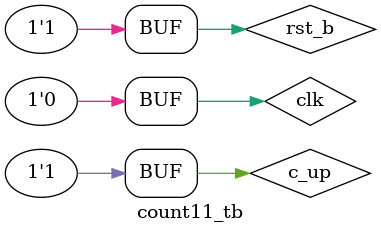
<source format=v>
module count11 #(parameter w = 4, i_val = 0) (
    input clk, rst_b, c_up,
    output reg [w-1: 0] q
);

    always @(posedge clk, negedge rst_b) begin
        if(!rst_b)      q <= i_val;
        else if (c_up)    q <= q + 11;
    end

endmodule

module count11_tb; //w = 10; ic 'h[3fb] 11 1111 1011

    reg clk, rst_b, c_up;
    wire [9: 0] q;

    count11 #(.w(10), .i_val('h3fb)) dut(.clk(clk), .rst_b(rst_b), .c_up(c_up), .q(q));
    
    localparam CLK_PERIOD=200; // <=> #define in c
    localparam RUN_CYCLES = 7;
    localparam RST_PULSE = 10;

    initial begin
        clk = 0; repeat (2*RUN_CYCLES) #(CLK_PERIOD/2) clk = 1-clk;
    end

    initial begin
        rst_b = 0; #RST_PULSE; rst_b = 1;
    end 

    initial begin
        c_up = 1;
        #CLK_PERIOD;
        c_up = 0;
        #(CLK_PERIOD);
        c_up = 1;
        #(2 * CLK_PERIOD);
        c_up = 0;
        #(CLK_PERIOD);
        c_up = 1;
    
    end



endmodule
</source>
